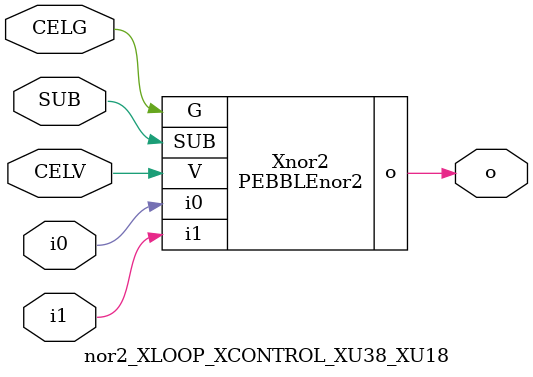
<source format=v>



module PEBBLEnor2 ( o, G, SUB, V, i0, i1 );

  input i0;
  input V;
  input i1;
  input G;
  output o;
  input SUB;
endmodule

//Celera Confidential Do Not Copy nor2_XLOOP_XCONTROL_XU38_XU18
//Celera Confidential Symbol Generator
//nor2
module nor2_XLOOP_XCONTROL_XU38_XU18 (CELV,CELG,i0,i1,o,SUB);
input CELV;
input CELG;
input i0;
input i1;
input SUB;
output o;

//Celera Confidential Do Not Copy nor2
PEBBLEnor2 Xnor2(
.V (CELV),
.i0 (i0),
.i1 (i1),
.o (o),
.SUB (SUB),
.G (CELG)
);
//,diesize,PEBBLEnor2

//Celera Confidential Do Not Copy Module End
//Celera Schematic Generator
endmodule

</source>
